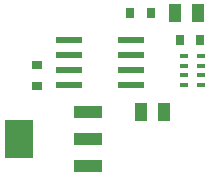
<source format=gtp>
G04 This is an RS-274x file exported by *
G04 gerbv version 2.6.1 *
G04 More information is available about gerbv at *
G04 http://gerbv.geda-project.org/ *
G04 --End of header info--*
%MOIN*%
%FSLAX34Y34*%
%IPPOS*%
G04 --Define apertures--*
%ADD10R,0.0354X0.0295*%
%ADD11R,0.0413X0.0591*%
%ADD12R,0.0295X0.0354*%
%ADD13R,0.0295X0.0177*%
%ADD14R,0.0295X0.0177*%
%ADD15R,0.0315X0.0374*%
%ADD16R,0.0866X0.0236*%
%ADD17R,0.0866X0.0236*%
%ADD18R,0.0945X0.1299*%
%ADD19R,0.0945X0.0394*%
G04 --Start main section--*
G54D10*
G01X0104400Y0015044D03*
G01X0104400Y0014356D03*
G54D11*
G01X0107866Y0013500D03*
G01X0108634Y0013500D03*
G01X0109016Y0016800D03*
G01X0109784Y0016800D03*
G54D12*
G01X0109844Y0015900D03*
G01X0109156Y0015900D03*
G54D13*
G01X0109871Y0014405D03*
G01X0109871Y0014720D03*
G01X0109871Y0015035D03*
G01X0109300Y0014405D03*
G01X0109300Y0014720D03*
G01X0109300Y0015035D03*
G54D14*
G01X0109871Y0015350D03*
G01X0109300Y0015350D03*
G54D15*
G01X0108204Y0016800D03*
G01X0107496Y0016800D03*
G54D16*
G01X0105476Y0015900D03*
G54D17*
G01X0107524Y0015900D03*
G01X0105476Y0014400D03*
G01X0105476Y0014900D03*
G01X0105476Y0015400D03*
G01X0107524Y0014400D03*
G01X0107524Y0014900D03*
G01X0107524Y0015400D03*
G54D18*
G01X0103808Y0012600D03*
G54D19*
G01X0106092Y0013506D03*
G01X0106092Y0012600D03*
G01X0106092Y0011694D03*
M02*

</source>
